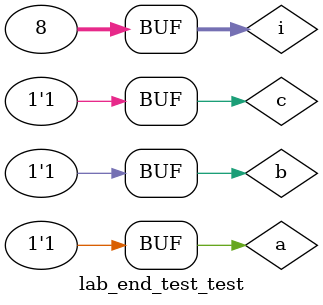
<source format=v>
`timescale 1ns / 1ps


module lab_end_test_test;

	// Inputs
	reg a;
	reg b;
	reg c;

	// Outputs
	wire x;
	integer i;

	// Instantiate the Unit Under Test (UUT)
	lab_end_term uut (
		.a(a), 
		.b(b), 
		.c(c), 
		.x(x)
	);

	initial begin
		// Initialize Inputs
		a = 0;
		b = 0;
		c = 0;

		// Wait 100 ns for global reset to finish
		#100;
        
		// Add stimulus here
		end
	initial	
	$monitor("a = %d, b = %d, c = %d, x = %d\n\n",a,b,c,x);
			
		always@(a or b or c)
			for(i=0;i<8;i=i+1)
			begin
			#1 {a,b,c}=i;
			end
	
      
endmodule


</source>
